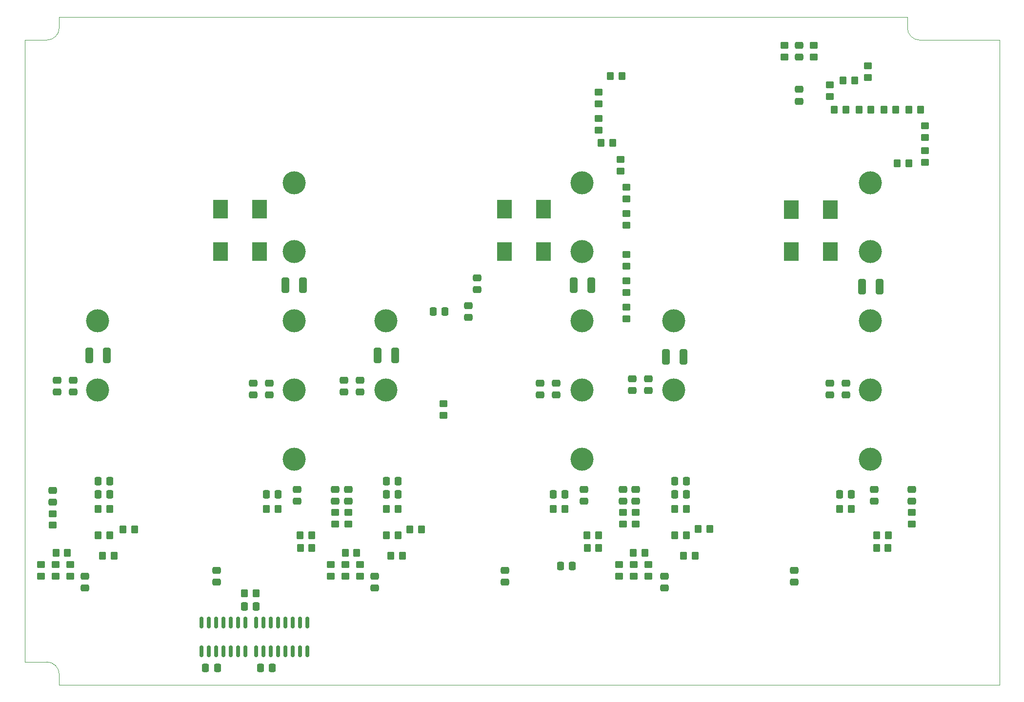
<source format=gbr>
%TF.GenerationSoftware,KiCad,Pcbnew,7.0.6*%
%TF.CreationDate,2023-08-17T16:08:44+03:00*%
%TF.ProjectId,Driver_SKiM459GD12E4 V2,44726976-6572-45f5-934b-694d34353947,rev?*%
%TF.SameCoordinates,Original*%
%TF.FileFunction,Paste,Bot*%
%TF.FilePolarity,Positive*%
%FSLAX46Y46*%
G04 Gerber Fmt 4.6, Leading zero omitted, Abs format (unit mm)*
G04 Created by KiCad (PCBNEW 7.0.6) date 2023-08-17 16:08:44*
%MOMM*%
%LPD*%
G01*
G04 APERTURE LIST*
G04 Aperture macros list*
%AMRoundRect*
0 Rectangle with rounded corners*
0 $1 Rounding radius*
0 $2 $3 $4 $5 $6 $7 $8 $9 X,Y pos of 4 corners*
0 Add a 4 corners polygon primitive as box body*
4,1,4,$2,$3,$4,$5,$6,$7,$8,$9,$2,$3,0*
0 Add four circle primitives for the rounded corners*
1,1,$1+$1,$2,$3*
1,1,$1+$1,$4,$5*
1,1,$1+$1,$6,$7*
1,1,$1+$1,$8,$9*
0 Add four rect primitives between the rounded corners*
20,1,$1+$1,$2,$3,$4,$5,0*
20,1,$1+$1,$4,$5,$6,$7,0*
20,1,$1+$1,$6,$7,$8,$9,0*
20,1,$1+$1,$8,$9,$2,$3,0*%
G04 Aperture macros list end*
%ADD10RoundRect,0.250000X0.450000X-0.350000X0.450000X0.350000X-0.450000X0.350000X-0.450000X-0.350000X0*%
%ADD11C,4.000000*%
%ADD12RoundRect,0.250000X-0.350000X-0.450000X0.350000X-0.450000X0.350000X0.450000X-0.350000X0.450000X0*%
%ADD13RoundRect,0.250000X-0.337500X-0.475000X0.337500X-0.475000X0.337500X0.475000X-0.337500X0.475000X0*%
%ADD14RoundRect,0.250000X0.350000X0.450000X-0.350000X0.450000X-0.350000X-0.450000X0.350000X-0.450000X0*%
%ADD15RoundRect,0.250000X0.337500X0.475000X-0.337500X0.475000X-0.337500X-0.475000X0.337500X-0.475000X0*%
%ADD16RoundRect,0.250000X0.475000X-0.337500X0.475000X0.337500X-0.475000X0.337500X-0.475000X-0.337500X0*%
%ADD17RoundRect,0.250000X-0.475000X0.337500X-0.475000X-0.337500X0.475000X-0.337500X0.475000X0.337500X0*%
%ADD18RoundRect,0.250000X-0.450000X0.350000X-0.450000X-0.350000X0.450000X-0.350000X0.450000X0.350000X0*%
%ADD19R,2.500000X3.300000*%
%ADD20RoundRect,0.250000X0.400000X1.075000X-0.400000X1.075000X-0.400000X-1.075000X0.400000X-1.075000X0*%
%ADD21RoundRect,0.250000X-0.400000X-1.075000X0.400000X-1.075000X0.400000X1.075000X-0.400000X1.075000X0*%
%ADD22RoundRect,0.150000X-0.150000X0.850000X-0.150000X-0.850000X0.150000X-0.850000X0.150000X0.850000X0*%
%ADD23RoundRect,0.150000X-0.150000X0.825000X-0.150000X-0.825000X0.150000X-0.825000X0.150000X0.825000X0*%
%TA.AperFunction,Profile*%
%ADD24C,0.100000*%
%TD*%
G04 APERTURE END LIST*
D10*
%TO.C,R117*%
X206502000Y-45450000D03*
X206502000Y-43450000D03*
%TD*%
D11*
%TO.C,J27*%
X172812000Y-99722000D03*
%TD*%
D12*
%TO.C,R67*%
X122952000Y-120396000D03*
X124952000Y-120396000D03*
%TD*%
D11*
%TO.C,J23*%
X156912000Y-99722000D03*
%TD*%
D13*
%TO.C,C69*%
X172952500Y-117856000D03*
X175027500Y-117856000D03*
%TD*%
D14*
%TO.C,R109*%
X202676000Y-51054000D03*
X200676000Y-51054000D03*
%TD*%
D15*
%TO.C,C1*%
X74951500Y-115570000D03*
X72876500Y-115570000D03*
%TD*%
D16*
%TO.C,C71*%
X214122000Y-119037500D03*
X214122000Y-116962500D03*
%TD*%
D11*
%TO.C,J26*%
X156912000Y-63722000D03*
%TD*%
D16*
%TO.C,C9*%
X70612000Y-134133500D03*
X70612000Y-132058500D03*
%TD*%
%TO.C,C35*%
X152400000Y-100605500D03*
X152400000Y-98530500D03*
%TD*%
D14*
%TO.C,R137*%
X100314000Y-135001000D03*
X98314000Y-135001000D03*
%TD*%
D11*
%TO.C,J19*%
X106912000Y-63722000D03*
%TD*%
D10*
%TO.C,R111*%
X199898000Y-48752000D03*
X199898000Y-46752000D03*
%TD*%
%TO.C,R127*%
X62992000Y-132064000D03*
X62992000Y-130064000D03*
%TD*%
D12*
%TO.C,R132*%
X165800000Y-128000000D03*
X167800000Y-128000000D03*
%TD*%
D17*
%TO.C,C28*%
X65786000Y-98022500D03*
X65786000Y-100097500D03*
%TD*%
D11*
%TO.C,J17*%
X106912000Y-87722000D03*
%TD*%
D12*
%TO.C,R17*%
X77232000Y-123952000D03*
X79232000Y-123952000D03*
%TD*%
D18*
%TO.C,R69*%
X164000000Y-121000000D03*
X164000000Y-123000000D03*
%TD*%
D10*
%TO.C,R94*%
X115824000Y-132064000D03*
X115824000Y-130064000D03*
%TD*%
D16*
%TO.C,C70*%
X166200000Y-119037500D03*
X166200000Y-116962500D03*
%TD*%
D12*
%TO.C,R97*%
X211598000Y-60325000D03*
X213598000Y-60325000D03*
%TD*%
D13*
%TO.C,C11*%
X72876500Y-117856000D03*
X74951500Y-117856000D03*
%TD*%
D16*
%TO.C,C10*%
X93472000Y-133117500D03*
X93472000Y-131042500D03*
%TD*%
%TO.C,C62*%
X116332000Y-119037500D03*
X116332000Y-116962500D03*
%TD*%
D10*
%TO.C,R112*%
X159766000Y-54594000D03*
X159766000Y-52594000D03*
%TD*%
D16*
%TO.C,C83*%
X171196000Y-134133500D03*
X171196000Y-132058500D03*
%TD*%
D19*
%TO.C,D2*%
X100936000Y-68326000D03*
X94136000Y-68326000D03*
%TD*%
D11*
%TO.C,J25*%
X156912000Y-75722000D03*
%TD*%
D15*
%TO.C,C30*%
X124989500Y-115570000D03*
X122914500Y-115570000D03*
%TD*%
D14*
%TO.C,R120*%
X163814000Y-45212000D03*
X161814000Y-45212000D03*
%TD*%
D10*
%TO.C,R104*%
X164600000Y-87344000D03*
X164600000Y-85344000D03*
%TD*%
D17*
%TO.C,C46*%
X199898000Y-98530500D03*
X199898000Y-100605500D03*
%TD*%
D10*
%TO.C,R93*%
X118364000Y-132064000D03*
X118364000Y-130064000D03*
%TD*%
D11*
%TO.C,J33*%
X206912000Y-63722000D03*
%TD*%
D18*
%TO.C,R101*%
X164592000Y-69104000D03*
X164592000Y-71104000D03*
%TD*%
D10*
%TO.C,R13*%
X68072000Y-132064000D03*
X68072000Y-130064000D03*
%TD*%
D11*
%TO.C,J28*%
X172812000Y-87722000D03*
%TD*%
%TO.C,J21*%
X122812000Y-87722000D03*
%TD*%
D14*
%TO.C,R83*%
X210042000Y-124968000D03*
X208042000Y-124968000D03*
%TD*%
D13*
%TO.C,C61*%
X122914500Y-117856000D03*
X124989500Y-117856000D03*
%TD*%
D12*
%TO.C,R19*%
X72914000Y-120396000D03*
X74914000Y-120396000D03*
%TD*%
D20*
%TO.C,R48*%
X124486000Y-93726000D03*
X121386000Y-93726000D03*
%TD*%
D16*
%TO.C,C79*%
X120904000Y-134133500D03*
X120904000Y-132058500D03*
%TD*%
D12*
%TO.C,R95*%
X123714000Y-128524000D03*
X125714000Y-128524000D03*
%TD*%
D16*
%TO.C,C45*%
X202692000Y-100605500D03*
X202692000Y-98530500D03*
%TD*%
D18*
%TO.C,R81*%
X214122000Y-121000000D03*
X214122000Y-123000000D03*
%TD*%
D13*
%TO.C,C94*%
X91545500Y-147955000D03*
X93620500Y-147955000D03*
%TD*%
D19*
%TO.C,D28*%
X199996000Y-75692000D03*
X193196000Y-75692000D03*
%TD*%
D16*
%TO.C,C80*%
X143510000Y-133117500D03*
X143510000Y-131042500D03*
%TD*%
D19*
%TO.C,D27*%
X200000000Y-68400000D03*
X193200000Y-68400000D03*
%TD*%
D14*
%TO.C,R82*%
X210000000Y-127200000D03*
X208000000Y-127200000D03*
%TD*%
D11*
%TO.C,J18*%
X106912000Y-75722000D03*
%TD*%
D15*
%TO.C,C72*%
X203637500Y-117856000D03*
X201562500Y-117856000D03*
%TD*%
D14*
%TO.C,R66*%
X124952000Y-124968000D03*
X122952000Y-124968000D03*
%TD*%
D17*
%TO.C,C38*%
X115570000Y-98022500D03*
X115570000Y-100097500D03*
%TD*%
%TO.C,C98*%
X138684000Y-80242500D03*
X138684000Y-82317500D03*
%TD*%
%TO.C,C36*%
X149606000Y-98530500D03*
X149606000Y-100605500D03*
%TD*%
D14*
%TO.C,R107*%
X206994000Y-51054000D03*
X204994000Y-51054000D03*
%TD*%
D18*
%TO.C,R102*%
X164600000Y-76200000D03*
X164600000Y-78200000D03*
%TD*%
D10*
%TO.C,R113*%
X192024000Y-41894000D03*
X192024000Y-39894000D03*
%TD*%
D16*
%TO.C,C84*%
X193675000Y-133117500D03*
X193675000Y-131042500D03*
%TD*%
D20*
%TO.C,R64*%
X174524000Y-93980000D03*
X171424000Y-93980000D03*
%TD*%
D19*
%TO.C,D21*%
X150212000Y-68326000D03*
X143412000Y-68326000D03*
%TD*%
D16*
%TO.C,C12*%
X65000000Y-119237500D03*
X65000000Y-117162500D03*
%TD*%
%TO.C,C21*%
X102600000Y-100605500D03*
X102600000Y-98530500D03*
%TD*%
D20*
%TO.C,R32*%
X74448000Y-93726000D03*
X71348000Y-93726000D03*
%TD*%
D14*
%TO.C,R23*%
X109966000Y-124968000D03*
X107966000Y-124968000D03*
%TD*%
%TO.C,R110*%
X162200000Y-56800000D03*
X160200000Y-56800000D03*
%TD*%
D16*
%TO.C,C4*%
X107400000Y-119037500D03*
X107400000Y-116962500D03*
%TD*%
%TO.C,C99*%
X194525000Y-49587500D03*
X194525000Y-47512500D03*
%TD*%
D18*
%TO.C,R21*%
X114046000Y-121000000D03*
X114046000Y-123000000D03*
%TD*%
D15*
%TO.C,C29*%
X175027500Y-115570000D03*
X172952500Y-115570000D03*
%TD*%
D13*
%TO.C,C96*%
X131042500Y-86106000D03*
X133117500Y-86106000D03*
%TD*%
D11*
%TO.C,J30*%
X206912000Y-99722000D03*
%TD*%
D12*
%TO.C,R128*%
X65600000Y-128000000D03*
X67600000Y-128000000D03*
%TD*%
D11*
%TO.C,J22*%
X156912000Y-111722000D03*
%TD*%
D12*
%TO.C,R77*%
X177054000Y-123825000D03*
X179054000Y-123825000D03*
%TD*%
D14*
%TO.C,R72*%
X153908000Y-120396000D03*
X151908000Y-120396000D03*
%TD*%
D16*
%TO.C,C47*%
X168402000Y-99843500D03*
X168402000Y-97768500D03*
%TD*%
D11*
%TO.C,J24*%
X156912000Y-87722000D03*
%TD*%
D19*
%TO.C,D22*%
X150212000Y-75692000D03*
X143412000Y-75692000D03*
%TD*%
D10*
%TO.C,R98*%
X216408000Y-60182000D03*
X216408000Y-58182000D03*
%TD*%
D12*
%TO.C,R115*%
X202200000Y-45974000D03*
X204200000Y-45974000D03*
%TD*%
D13*
%TO.C,C95*%
X101070500Y-147955000D03*
X103145500Y-147955000D03*
%TD*%
D21*
%TO.C,R31*%
X105384000Y-81534000D03*
X108484000Y-81534000D03*
%TD*%
D11*
%TO.C,J13*%
X72812000Y-99722000D03*
%TD*%
D10*
%TO.C,R133*%
X168402000Y-132064000D03*
X168402000Y-130064000D03*
%TD*%
%TO.C,R14*%
X65532000Y-132064000D03*
X65532000Y-130064000D03*
%TD*%
D11*
%TO.C,J14*%
X72812000Y-87722000D03*
%TD*%
D14*
%TO.C,R71*%
X159750000Y-124968000D03*
X157750000Y-124968000D03*
%TD*%
D10*
%TO.C,R134*%
X165862000Y-132064000D03*
X165862000Y-130064000D03*
%TD*%
D16*
%TO.C,C86*%
X194564000Y-41931500D03*
X194564000Y-39856500D03*
%TD*%
D12*
%TO.C,R79*%
X172990000Y-120396000D03*
X174990000Y-120396000D03*
%TD*%
D19*
%TO.C,D6*%
X100936000Y-75692000D03*
X94136000Y-75692000D03*
%TD*%
D14*
%TO.C,R78*%
X174990000Y-124968000D03*
X172990000Y-124968000D03*
%TD*%
D18*
%TO.C,R80*%
X166200000Y-121000000D03*
X166200000Y-123000000D03*
%TD*%
D14*
%TO.C,R24*%
X104124000Y-120396000D03*
X102124000Y-120396000D03*
%TD*%
D16*
%TO.C,C13*%
X114046000Y-119037500D03*
X114046000Y-116962500D03*
%TD*%
D11*
%TO.C,J32*%
X206912000Y-75722000D03*
%TD*%
D18*
%TO.C,R68*%
X116332000Y-121000000D03*
X116332000Y-123000000D03*
%TD*%
D15*
%TO.C,C93*%
X100351500Y-137287000D03*
X98276500Y-137287000D03*
%TD*%
D11*
%TO.C,J20*%
X122812000Y-99722000D03*
%TD*%
D10*
%TO.C,R106*%
X164592000Y-66532000D03*
X164592000Y-64532000D03*
%TD*%
D11*
%TO.C,J31*%
X206912000Y-87722000D03*
%TD*%
D16*
%TO.C,C39*%
X207600000Y-119037500D03*
X207600000Y-116962500D03*
%TD*%
%TO.C,C37*%
X118364000Y-100097500D03*
X118364000Y-98022500D03*
%TD*%
D15*
%TO.C,C64*%
X153945500Y-117856000D03*
X151870500Y-117856000D03*
%TD*%
D14*
%TO.C,R84*%
X203600000Y-120396000D03*
X201600000Y-120396000D03*
%TD*%
D16*
%TO.C,C40*%
X157200000Y-119037500D03*
X157200000Y-116962500D03*
%TD*%
D17*
%TO.C,C48*%
X165608000Y-97768500D03*
X165608000Y-99843500D03*
%TD*%
D10*
%TO.C,R108*%
X163576000Y-61706000D03*
X163576000Y-59706000D03*
%TD*%
%TO.C,R141*%
X132842000Y-104124000D03*
X132842000Y-102124000D03*
%TD*%
D11*
%TO.C,J16*%
X106912000Y-99722000D03*
%TD*%
D18*
%TO.C,R103*%
X164600000Y-80772000D03*
X164600000Y-82772000D03*
%TD*%
D14*
%TO.C,R70*%
X159800000Y-127200000D03*
X157800000Y-127200000D03*
%TD*%
D11*
%TO.C,J29*%
X206912000Y-111722000D03*
%TD*%
D22*
%TO.C,D52*%
X100330000Y-140121000D03*
X101600000Y-140121000D03*
X102870000Y-140121000D03*
X104140000Y-140121000D03*
X105410000Y-140121000D03*
X106680000Y-140121000D03*
X107950000Y-140121000D03*
X109220000Y-140121000D03*
X109220000Y-145121000D03*
X107950000Y-145121000D03*
X106680000Y-145121000D03*
X105410000Y-145121000D03*
X104140000Y-145121000D03*
X102870000Y-145121000D03*
X101600000Y-145121000D03*
X100330000Y-145121000D03*
%TD*%
D16*
%TO.C,C27*%
X68580000Y-100097500D03*
X68580000Y-98022500D03*
%TD*%
D17*
%TO.C,C97*%
X137160000Y-85068500D03*
X137160000Y-87143500D03*
%TD*%
D10*
%TO.C,R99*%
X216408000Y-55864000D03*
X216408000Y-53864000D03*
%TD*%
D13*
%TO.C,C100*%
X153140500Y-130302000D03*
X155215500Y-130302000D03*
%TD*%
D10*
%TO.C,R131*%
X163322000Y-132064000D03*
X163322000Y-130064000D03*
%TD*%
D12*
%TO.C,R15*%
X73676000Y-128524000D03*
X75676000Y-128524000D03*
%TD*%
D21*
%TO.C,R63*%
X205460000Y-81788000D03*
X208560000Y-81788000D03*
%TD*%
D12*
%TO.C,R100*%
X213630000Y-51054000D03*
X215630000Y-51054000D03*
%TD*%
D10*
%TO.C,R116*%
X159766000Y-50022000D03*
X159766000Y-48022000D03*
%TD*%
D12*
%TO.C,R65*%
X127016000Y-123952000D03*
X129016000Y-123952000D03*
%TD*%
D23*
%TO.C,D51*%
X90805000Y-140146000D03*
X92075000Y-140146000D03*
X93345000Y-140146000D03*
X94615000Y-140146000D03*
X95885000Y-140146000D03*
X97155000Y-140146000D03*
X98425000Y-140146000D03*
X98425000Y-145096000D03*
X97155000Y-145096000D03*
X95885000Y-145096000D03*
X94615000Y-145096000D03*
X93345000Y-145096000D03*
X92075000Y-145096000D03*
X90805000Y-145096000D03*
%TD*%
D16*
%TO.C,C63*%
X164000000Y-119037500D03*
X164000000Y-116962500D03*
%TD*%
D14*
%TO.C,R105*%
X211312000Y-51054000D03*
X209312000Y-51054000D03*
%TD*%
D12*
%TO.C,R92*%
X115800000Y-128000000D03*
X117800000Y-128000000D03*
%TD*%
%TO.C,R135*%
X174514000Y-128524000D03*
X176514000Y-128524000D03*
%TD*%
D14*
%TO.C,R18*%
X74914000Y-124968000D03*
X72914000Y-124968000D03*
%TD*%
D21*
%TO.C,R47*%
X155422000Y-81534000D03*
X158522000Y-81534000D03*
%TD*%
D17*
%TO.C,C22*%
X99822000Y-98530500D03*
X99822000Y-100605500D03*
%TD*%
D14*
%TO.C,R22*%
X110000000Y-127200000D03*
X108000000Y-127200000D03*
%TD*%
D10*
%TO.C,R91*%
X113284000Y-132064000D03*
X113284000Y-130064000D03*
%TD*%
D11*
%TO.C,J15*%
X106912000Y-111722000D03*
%TD*%
D15*
%TO.C,C14*%
X104161500Y-117856000D03*
X102086500Y-117856000D03*
%TD*%
D18*
%TO.C,R114*%
X197104000Y-39894000D03*
X197104000Y-41894000D03*
%TD*%
%TO.C,R20*%
X65000000Y-121200000D03*
X65000000Y-123200000D03*
%TD*%
D24*
X60162000Y-38964000D02*
X60162000Y-146964000D01*
X229362000Y-38964000D02*
X215516000Y-38964000D01*
X64008000Y-38964000D02*
G75*
G03*
X66162000Y-36810000I0J2154000D01*
G01*
X60162000Y-38964000D02*
X64008000Y-38964000D01*
X66162000Y-150964000D02*
X229362000Y-150964000D01*
X213362000Y-34964000D02*
X66162000Y-34964000D01*
X66162000Y-149118000D02*
G75*
G03*
X64008000Y-146964000I-2154000J0D01*
G01*
X60162000Y-146964000D02*
X64008000Y-146964000D01*
X213362000Y-34964000D02*
X213362000Y-36810000D01*
X66162000Y-149118000D02*
X66162000Y-150964000D01*
X213362000Y-36810000D02*
G75*
G03*
X215516000Y-38964000I2154000J0D01*
G01*
X66162000Y-34964000D02*
X66162000Y-36810000D01*
X229362000Y-150964000D02*
X229362000Y-38964000D01*
M02*

</source>
